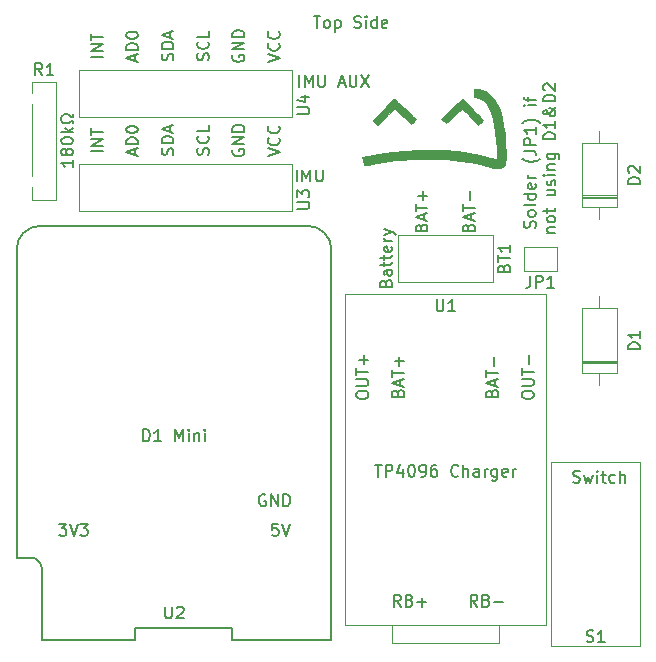
<source format=gto>
G04 #@! TF.GenerationSoftware,KiCad,Pcbnew,(5.1.10)-1*
G04 #@! TF.CreationDate,2022-01-03T01:22:49-05:00*
G04 #@! TF.ProjectId,SlimeVRMotherBoard,536c696d-6556-4524-9d6f-74686572426f,V1.1*
G04 #@! TF.SameCoordinates,Original*
G04 #@! TF.FileFunction,Legend,Top*
G04 #@! TF.FilePolarity,Positive*
%FSLAX46Y46*%
G04 Gerber Fmt 4.6, Leading zero omitted, Abs format (unit mm)*
G04 Created by KiCad (PCBNEW (5.1.10)-1) date 2022-01-03 01:22:49*
%MOMM*%
%LPD*%
G01*
G04 APERTURE LIST*
%ADD10C,0.150000*%
%ADD11C,0.120000*%
%ADD12C,0.010000*%
%ADD13C,2.100000*%
%ADD14O,2.300000X2.300000*%
%ADD15C,1.900000*%
%ADD16C,2.300000*%
G04 APERTURE END LIST*
D10*
X178579761Y-113380952D02*
X178627380Y-113238095D01*
X178627380Y-113000000D01*
X178579761Y-112904761D01*
X178532142Y-112857142D01*
X178436904Y-112809523D01*
X178341666Y-112809523D01*
X178246428Y-112857142D01*
X178198809Y-112904761D01*
X178151190Y-113000000D01*
X178103571Y-113190476D01*
X178055952Y-113285714D01*
X178008333Y-113333333D01*
X177913095Y-113380952D01*
X177817857Y-113380952D01*
X177722619Y-113333333D01*
X177675000Y-113285714D01*
X177627380Y-113190476D01*
X177627380Y-112952380D01*
X177675000Y-112809523D01*
X178627380Y-112238095D02*
X178579761Y-112333333D01*
X178532142Y-112380952D01*
X178436904Y-112428571D01*
X178151190Y-112428571D01*
X178055952Y-112380952D01*
X178008333Y-112333333D01*
X177960714Y-112238095D01*
X177960714Y-112095238D01*
X178008333Y-112000000D01*
X178055952Y-111952380D01*
X178151190Y-111904761D01*
X178436904Y-111904761D01*
X178532142Y-111952380D01*
X178579761Y-112000000D01*
X178627380Y-112095238D01*
X178627380Y-112238095D01*
X178627380Y-111333333D02*
X178579761Y-111428571D01*
X178484523Y-111476190D01*
X177627380Y-111476190D01*
X178627380Y-110523809D02*
X177627380Y-110523809D01*
X178579761Y-110523809D02*
X178627380Y-110619047D01*
X178627380Y-110809523D01*
X178579761Y-110904761D01*
X178532142Y-110952380D01*
X178436904Y-111000000D01*
X178151190Y-111000000D01*
X178055952Y-110952380D01*
X178008333Y-110904761D01*
X177960714Y-110809523D01*
X177960714Y-110619047D01*
X178008333Y-110523809D01*
X178579761Y-109666666D02*
X178627380Y-109761904D01*
X178627380Y-109952380D01*
X178579761Y-110047619D01*
X178484523Y-110095238D01*
X178103571Y-110095238D01*
X178008333Y-110047619D01*
X177960714Y-109952380D01*
X177960714Y-109761904D01*
X178008333Y-109666666D01*
X178103571Y-109619047D01*
X178198809Y-109619047D01*
X178294047Y-110095238D01*
X178627380Y-109190476D02*
X177960714Y-109190476D01*
X178151190Y-109190476D02*
X178055952Y-109142857D01*
X178008333Y-109095238D01*
X177960714Y-109000000D01*
X177960714Y-108904761D01*
X179008333Y-107523809D02*
X178960714Y-107571428D01*
X178817857Y-107666666D01*
X178722619Y-107714285D01*
X178579761Y-107761904D01*
X178341666Y-107809523D01*
X178151190Y-107809523D01*
X177913095Y-107761904D01*
X177770238Y-107714285D01*
X177675000Y-107666666D01*
X177532142Y-107571428D01*
X177484523Y-107523809D01*
X177627380Y-106857142D02*
X178341666Y-106857142D01*
X178484523Y-106904761D01*
X178579761Y-107000000D01*
X178627380Y-107142857D01*
X178627380Y-107238095D01*
X178627380Y-106380952D02*
X177627380Y-106380952D01*
X177627380Y-106000000D01*
X177675000Y-105904761D01*
X177722619Y-105857142D01*
X177817857Y-105809523D01*
X177960714Y-105809523D01*
X178055952Y-105857142D01*
X178103571Y-105904761D01*
X178151190Y-106000000D01*
X178151190Y-106380952D01*
X178627380Y-104857142D02*
X178627380Y-105428571D01*
X178627380Y-105142857D02*
X177627380Y-105142857D01*
X177770238Y-105238095D01*
X177865476Y-105333333D01*
X177913095Y-105428571D01*
X179008333Y-104523809D02*
X178960714Y-104476190D01*
X178817857Y-104380952D01*
X178722619Y-104333333D01*
X178579761Y-104285714D01*
X178341666Y-104238095D01*
X178151190Y-104238095D01*
X177913095Y-104285714D01*
X177770238Y-104333333D01*
X177675000Y-104380952D01*
X177532142Y-104476190D01*
X177484523Y-104523809D01*
X178627380Y-103000000D02*
X177960714Y-103000000D01*
X177627380Y-103000000D02*
X177675000Y-103047619D01*
X177722619Y-103000000D01*
X177675000Y-102952380D01*
X177627380Y-103000000D01*
X177722619Y-103000000D01*
X177960714Y-102666666D02*
X177960714Y-102285714D01*
X178627380Y-102523809D02*
X177770238Y-102523809D01*
X177675000Y-102476190D01*
X177627380Y-102380952D01*
X177627380Y-102285714D01*
X179610714Y-113785714D02*
X180277380Y-113785714D01*
X179705952Y-113785714D02*
X179658333Y-113738095D01*
X179610714Y-113642857D01*
X179610714Y-113500000D01*
X179658333Y-113404761D01*
X179753571Y-113357142D01*
X180277380Y-113357142D01*
X180277380Y-112738095D02*
X180229761Y-112833333D01*
X180182142Y-112880952D01*
X180086904Y-112928571D01*
X179801190Y-112928571D01*
X179705952Y-112880952D01*
X179658333Y-112833333D01*
X179610714Y-112738095D01*
X179610714Y-112595238D01*
X179658333Y-112500000D01*
X179705952Y-112452380D01*
X179801190Y-112404761D01*
X180086904Y-112404761D01*
X180182142Y-112452380D01*
X180229761Y-112500000D01*
X180277380Y-112595238D01*
X180277380Y-112738095D01*
X179610714Y-112119047D02*
X179610714Y-111738095D01*
X179277380Y-111976190D02*
X180134523Y-111976190D01*
X180229761Y-111928571D01*
X180277380Y-111833333D01*
X180277380Y-111738095D01*
X179610714Y-110214285D02*
X180277380Y-110214285D01*
X179610714Y-110642857D02*
X180134523Y-110642857D01*
X180229761Y-110595238D01*
X180277380Y-110500000D01*
X180277380Y-110357142D01*
X180229761Y-110261904D01*
X180182142Y-110214285D01*
X180229761Y-109785714D02*
X180277380Y-109690476D01*
X180277380Y-109500000D01*
X180229761Y-109404761D01*
X180134523Y-109357142D01*
X180086904Y-109357142D01*
X179991666Y-109404761D01*
X179944047Y-109500000D01*
X179944047Y-109642857D01*
X179896428Y-109738095D01*
X179801190Y-109785714D01*
X179753571Y-109785714D01*
X179658333Y-109738095D01*
X179610714Y-109642857D01*
X179610714Y-109500000D01*
X179658333Y-109404761D01*
X180277380Y-108928571D02*
X179610714Y-108928571D01*
X179277380Y-108928571D02*
X179325000Y-108976190D01*
X179372619Y-108928571D01*
X179325000Y-108880952D01*
X179277380Y-108928571D01*
X179372619Y-108928571D01*
X179610714Y-108452380D02*
X180277380Y-108452380D01*
X179705952Y-108452380D02*
X179658333Y-108404761D01*
X179610714Y-108309523D01*
X179610714Y-108166666D01*
X179658333Y-108071428D01*
X179753571Y-108023809D01*
X180277380Y-108023809D01*
X179610714Y-107119047D02*
X180420238Y-107119047D01*
X180515476Y-107166666D01*
X180563095Y-107214285D01*
X180610714Y-107309523D01*
X180610714Y-107452380D01*
X180563095Y-107547619D01*
X180229761Y-107119047D02*
X180277380Y-107214285D01*
X180277380Y-107404761D01*
X180229761Y-107500000D01*
X180182142Y-107547619D01*
X180086904Y-107595238D01*
X179801190Y-107595238D01*
X179705952Y-107547619D01*
X179658333Y-107500000D01*
X179610714Y-107404761D01*
X179610714Y-107214285D01*
X179658333Y-107119047D01*
X180277380Y-105880952D02*
X179277380Y-105880952D01*
X179277380Y-105642857D01*
X179325000Y-105500000D01*
X179420238Y-105404761D01*
X179515476Y-105357142D01*
X179705952Y-105309523D01*
X179848809Y-105309523D01*
X180039285Y-105357142D01*
X180134523Y-105404761D01*
X180229761Y-105500000D01*
X180277380Y-105642857D01*
X180277380Y-105880952D01*
X180277380Y-104357142D02*
X180277380Y-104928571D01*
X180277380Y-104642857D02*
X179277380Y-104642857D01*
X179420238Y-104738095D01*
X179515476Y-104833333D01*
X179563095Y-104928571D01*
X180277380Y-103119047D02*
X180277380Y-103166666D01*
X180229761Y-103261904D01*
X180086904Y-103404761D01*
X179801190Y-103642857D01*
X179658333Y-103738095D01*
X179515476Y-103785714D01*
X179420238Y-103785714D01*
X179325000Y-103738095D01*
X179277380Y-103642857D01*
X179277380Y-103595238D01*
X179325000Y-103500000D01*
X179420238Y-103452380D01*
X179467857Y-103452380D01*
X179563095Y-103500000D01*
X179610714Y-103547619D01*
X179801190Y-103833333D01*
X179848809Y-103880952D01*
X179944047Y-103928571D01*
X180086904Y-103928571D01*
X180182142Y-103880952D01*
X180229761Y-103833333D01*
X180277380Y-103738095D01*
X180277380Y-103595238D01*
X180229761Y-103500000D01*
X180182142Y-103452380D01*
X179991666Y-103309523D01*
X179848809Y-103261904D01*
X179753571Y-103261904D01*
X180277380Y-102690476D02*
X179277380Y-102690476D01*
X179277380Y-102452380D01*
X179325000Y-102309523D01*
X179420238Y-102214285D01*
X179515476Y-102166666D01*
X179705952Y-102119047D01*
X179848809Y-102119047D01*
X180039285Y-102166666D01*
X180134523Y-102214285D01*
X180229761Y-102309523D01*
X180277380Y-102452380D01*
X180277380Y-102690476D01*
X179372619Y-101738095D02*
X179325000Y-101690476D01*
X179277380Y-101595238D01*
X179277380Y-101357142D01*
X179325000Y-101261904D01*
X179372619Y-101214285D01*
X179467857Y-101166666D01*
X179563095Y-101166666D01*
X179705952Y-101214285D01*
X180277380Y-101785714D01*
X180277380Y-101166666D01*
X159833333Y-95452380D02*
X160404761Y-95452380D01*
X160119047Y-96452380D02*
X160119047Y-95452380D01*
X160880952Y-96452380D02*
X160785714Y-96404761D01*
X160738095Y-96357142D01*
X160690476Y-96261904D01*
X160690476Y-95976190D01*
X160738095Y-95880952D01*
X160785714Y-95833333D01*
X160880952Y-95785714D01*
X161023809Y-95785714D01*
X161119047Y-95833333D01*
X161166666Y-95880952D01*
X161214285Y-95976190D01*
X161214285Y-96261904D01*
X161166666Y-96357142D01*
X161119047Y-96404761D01*
X161023809Y-96452380D01*
X160880952Y-96452380D01*
X161642857Y-95785714D02*
X161642857Y-96785714D01*
X161642857Y-95833333D02*
X161738095Y-95785714D01*
X161928571Y-95785714D01*
X162023809Y-95833333D01*
X162071428Y-95880952D01*
X162119047Y-95976190D01*
X162119047Y-96261904D01*
X162071428Y-96357142D01*
X162023809Y-96404761D01*
X161928571Y-96452380D01*
X161738095Y-96452380D01*
X161642857Y-96404761D01*
X163261904Y-96404761D02*
X163404761Y-96452380D01*
X163642857Y-96452380D01*
X163738095Y-96404761D01*
X163785714Y-96357142D01*
X163833333Y-96261904D01*
X163833333Y-96166666D01*
X163785714Y-96071428D01*
X163738095Y-96023809D01*
X163642857Y-95976190D01*
X163452380Y-95928571D01*
X163357142Y-95880952D01*
X163309523Y-95833333D01*
X163261904Y-95738095D01*
X163261904Y-95642857D01*
X163309523Y-95547619D01*
X163357142Y-95500000D01*
X163452380Y-95452380D01*
X163690476Y-95452380D01*
X163833333Y-95500000D01*
X164261904Y-96452380D02*
X164261904Y-95785714D01*
X164261904Y-95452380D02*
X164214285Y-95500000D01*
X164261904Y-95547619D01*
X164309523Y-95500000D01*
X164261904Y-95452380D01*
X164261904Y-95547619D01*
X165166666Y-96452380D02*
X165166666Y-95452380D01*
X165166666Y-96404761D02*
X165071428Y-96452380D01*
X164880952Y-96452380D01*
X164785714Y-96404761D01*
X164738095Y-96357142D01*
X164690476Y-96261904D01*
X164690476Y-95976190D01*
X164738095Y-95880952D01*
X164785714Y-95833333D01*
X164880952Y-95785714D01*
X165071428Y-95785714D01*
X165166666Y-95833333D01*
X166023809Y-96404761D02*
X165928571Y-96452380D01*
X165738095Y-96452380D01*
X165642857Y-96404761D01*
X165595238Y-96309523D01*
X165595238Y-95928571D01*
X165642857Y-95833333D01*
X165738095Y-95785714D01*
X165928571Y-95785714D01*
X166023809Y-95833333D01*
X166071428Y-95928571D01*
X166071428Y-96023809D01*
X165595238Y-96119047D01*
X155738095Y-136000000D02*
X155642857Y-135952380D01*
X155500000Y-135952380D01*
X155357142Y-136000000D01*
X155261904Y-136095238D01*
X155214285Y-136190476D01*
X155166666Y-136380952D01*
X155166666Y-136523809D01*
X155214285Y-136714285D01*
X155261904Y-136809523D01*
X155357142Y-136904761D01*
X155500000Y-136952380D01*
X155595238Y-136952380D01*
X155738095Y-136904761D01*
X155785714Y-136857142D01*
X155785714Y-136523809D01*
X155595238Y-136523809D01*
X156214285Y-136952380D02*
X156214285Y-135952380D01*
X156785714Y-136952380D01*
X156785714Y-135952380D01*
X157261904Y-136952380D02*
X157261904Y-135952380D01*
X157500000Y-135952380D01*
X157642857Y-136000000D01*
X157738095Y-136095238D01*
X157785714Y-136190476D01*
X157833333Y-136380952D01*
X157833333Y-136523809D01*
X157785714Y-136714285D01*
X157738095Y-136809523D01*
X157642857Y-136904761D01*
X157500000Y-136952380D01*
X157261904Y-136952380D01*
X156809523Y-138452380D02*
X156333333Y-138452380D01*
X156285714Y-138928571D01*
X156333333Y-138880952D01*
X156428571Y-138833333D01*
X156666666Y-138833333D01*
X156761904Y-138880952D01*
X156809523Y-138928571D01*
X156857142Y-139023809D01*
X156857142Y-139261904D01*
X156809523Y-139357142D01*
X156761904Y-139404761D01*
X156666666Y-139452380D01*
X156428571Y-139452380D01*
X156333333Y-139404761D01*
X156285714Y-139357142D01*
X157142857Y-138452380D02*
X157476190Y-139452380D01*
X157809523Y-138452380D01*
X138261904Y-138452380D02*
X138880952Y-138452380D01*
X138547619Y-138833333D01*
X138690476Y-138833333D01*
X138785714Y-138880952D01*
X138833333Y-138928571D01*
X138880952Y-139023809D01*
X138880952Y-139261904D01*
X138833333Y-139357142D01*
X138785714Y-139404761D01*
X138690476Y-139452380D01*
X138404761Y-139452380D01*
X138309523Y-139404761D01*
X138261904Y-139357142D01*
X139166666Y-138452380D02*
X139500000Y-139452380D01*
X139833333Y-138452380D01*
X140071428Y-138452380D02*
X140690476Y-138452380D01*
X140357142Y-138833333D01*
X140500000Y-138833333D01*
X140595238Y-138880952D01*
X140642857Y-138928571D01*
X140690476Y-139023809D01*
X140690476Y-139261904D01*
X140642857Y-139357142D01*
X140595238Y-139404761D01*
X140500000Y-139452380D01*
X140214285Y-139452380D01*
X140119047Y-139404761D01*
X140071428Y-139357142D01*
X181785714Y-134904761D02*
X181928571Y-134952380D01*
X182166666Y-134952380D01*
X182261904Y-134904761D01*
X182309523Y-134857142D01*
X182357142Y-134761904D01*
X182357142Y-134666666D01*
X182309523Y-134571428D01*
X182261904Y-134523809D01*
X182166666Y-134476190D01*
X181976190Y-134428571D01*
X181880952Y-134380952D01*
X181833333Y-134333333D01*
X181785714Y-134238095D01*
X181785714Y-134142857D01*
X181833333Y-134047619D01*
X181880952Y-134000000D01*
X181976190Y-133952380D01*
X182214285Y-133952380D01*
X182357142Y-134000000D01*
X182690476Y-134285714D02*
X182880952Y-134952380D01*
X183071428Y-134476190D01*
X183261904Y-134952380D01*
X183452380Y-134285714D01*
X183833333Y-134952380D02*
X183833333Y-134285714D01*
X183833333Y-133952380D02*
X183785714Y-134000000D01*
X183833333Y-134047619D01*
X183880952Y-134000000D01*
X183833333Y-133952380D01*
X183833333Y-134047619D01*
X184166666Y-134285714D02*
X184547619Y-134285714D01*
X184309523Y-133952380D02*
X184309523Y-134809523D01*
X184357142Y-134904761D01*
X184452380Y-134952380D01*
X184547619Y-134952380D01*
X185309523Y-134904761D02*
X185214285Y-134952380D01*
X185023809Y-134952380D01*
X184928571Y-134904761D01*
X184880952Y-134857142D01*
X184833333Y-134761904D01*
X184833333Y-134476190D01*
X184880952Y-134380952D01*
X184928571Y-134333333D01*
X185023809Y-134285714D01*
X185214285Y-134285714D01*
X185309523Y-134333333D01*
X185738095Y-134952380D02*
X185738095Y-133952380D01*
X186166666Y-134952380D02*
X186166666Y-134428571D01*
X186119047Y-134333333D01*
X186023809Y-134285714D01*
X185880952Y-134285714D01*
X185785714Y-134333333D01*
X185738095Y-134380952D01*
X165928571Y-118071428D02*
X165976190Y-117928571D01*
X166023809Y-117880952D01*
X166119047Y-117833333D01*
X166261904Y-117833333D01*
X166357142Y-117880952D01*
X166404761Y-117928571D01*
X166452380Y-118023809D01*
X166452380Y-118404761D01*
X165452380Y-118404761D01*
X165452380Y-118071428D01*
X165500000Y-117976190D01*
X165547619Y-117928571D01*
X165642857Y-117880952D01*
X165738095Y-117880952D01*
X165833333Y-117928571D01*
X165880952Y-117976190D01*
X165928571Y-118071428D01*
X165928571Y-118404761D01*
X166452380Y-116976190D02*
X165928571Y-116976190D01*
X165833333Y-117023809D01*
X165785714Y-117119047D01*
X165785714Y-117309523D01*
X165833333Y-117404761D01*
X166404761Y-116976190D02*
X166452380Y-117071428D01*
X166452380Y-117309523D01*
X166404761Y-117404761D01*
X166309523Y-117452380D01*
X166214285Y-117452380D01*
X166119047Y-117404761D01*
X166071428Y-117309523D01*
X166071428Y-117071428D01*
X166023809Y-116976190D01*
X165785714Y-116642857D02*
X165785714Y-116261904D01*
X165452380Y-116500000D02*
X166309523Y-116500000D01*
X166404761Y-116452380D01*
X166452380Y-116357142D01*
X166452380Y-116261904D01*
X165785714Y-116071428D02*
X165785714Y-115690476D01*
X165452380Y-115928571D02*
X166309523Y-115928571D01*
X166404761Y-115880952D01*
X166452380Y-115785714D01*
X166452380Y-115690476D01*
X166404761Y-114976190D02*
X166452380Y-115071428D01*
X166452380Y-115261904D01*
X166404761Y-115357142D01*
X166309523Y-115404761D01*
X165928571Y-115404761D01*
X165833333Y-115357142D01*
X165785714Y-115261904D01*
X165785714Y-115071428D01*
X165833333Y-114976190D01*
X165928571Y-114928571D01*
X166023809Y-114928571D01*
X166119047Y-115404761D01*
X166452380Y-114500000D02*
X165785714Y-114500000D01*
X165976190Y-114500000D02*
X165880952Y-114452380D01*
X165833333Y-114404761D01*
X165785714Y-114309523D01*
X165785714Y-114214285D01*
X165785714Y-113976190D02*
X166452380Y-113738095D01*
X165785714Y-113500000D02*
X166452380Y-113738095D01*
X166690476Y-113833333D01*
X166738095Y-113880952D01*
X166785714Y-113976190D01*
X158404761Y-109452380D02*
X158404761Y-108452380D01*
X158880952Y-109452380D02*
X158880952Y-108452380D01*
X159214285Y-109166666D01*
X159547619Y-108452380D01*
X159547619Y-109452380D01*
X160023809Y-108452380D02*
X160023809Y-109261904D01*
X160071428Y-109357142D01*
X160119047Y-109404761D01*
X160214285Y-109452380D01*
X160404761Y-109452380D01*
X160500000Y-109404761D01*
X160547619Y-109357142D01*
X160595238Y-109261904D01*
X160595238Y-108452380D01*
X158595238Y-101452380D02*
X158595238Y-100452380D01*
X159071428Y-101452380D02*
X159071428Y-100452380D01*
X159404761Y-101166666D01*
X159738095Y-100452380D01*
X159738095Y-101452380D01*
X160214285Y-100452380D02*
X160214285Y-101261904D01*
X160261904Y-101357142D01*
X160309523Y-101404761D01*
X160404761Y-101452380D01*
X160595238Y-101452380D01*
X160690476Y-101404761D01*
X160738095Y-101357142D01*
X160785714Y-101261904D01*
X160785714Y-100452380D01*
X161976190Y-101166666D02*
X162452380Y-101166666D01*
X161880952Y-101452380D02*
X162214285Y-100452380D01*
X162547619Y-101452380D01*
X162880952Y-100452380D02*
X162880952Y-101261904D01*
X162928571Y-101357142D01*
X162976190Y-101404761D01*
X163071428Y-101452380D01*
X163261904Y-101452380D01*
X163357142Y-101404761D01*
X163404761Y-101357142D01*
X163452380Y-101261904D01*
X163452380Y-100452380D01*
X163833333Y-100452380D02*
X164500000Y-101452380D01*
X164500000Y-100452380D02*
X163833333Y-101452380D01*
X165023809Y-133452380D02*
X165595238Y-133452380D01*
X165309523Y-134452380D02*
X165309523Y-133452380D01*
X165928571Y-134452380D02*
X165928571Y-133452380D01*
X166309523Y-133452380D01*
X166404761Y-133500000D01*
X166452380Y-133547619D01*
X166500000Y-133642857D01*
X166500000Y-133785714D01*
X166452380Y-133880952D01*
X166404761Y-133928571D01*
X166309523Y-133976190D01*
X165928571Y-133976190D01*
X167357142Y-133785714D02*
X167357142Y-134452380D01*
X167119047Y-133404761D02*
X166880952Y-134119047D01*
X167500000Y-134119047D01*
X168071428Y-133452380D02*
X168166666Y-133452380D01*
X168261904Y-133500000D01*
X168309523Y-133547619D01*
X168357142Y-133642857D01*
X168404761Y-133833333D01*
X168404761Y-134071428D01*
X168357142Y-134261904D01*
X168309523Y-134357142D01*
X168261904Y-134404761D01*
X168166666Y-134452380D01*
X168071428Y-134452380D01*
X167976190Y-134404761D01*
X167928571Y-134357142D01*
X167880952Y-134261904D01*
X167833333Y-134071428D01*
X167833333Y-133833333D01*
X167880952Y-133642857D01*
X167928571Y-133547619D01*
X167976190Y-133500000D01*
X168071428Y-133452380D01*
X168880952Y-134452380D02*
X169071428Y-134452380D01*
X169166666Y-134404761D01*
X169214285Y-134357142D01*
X169309523Y-134214285D01*
X169357142Y-134023809D01*
X169357142Y-133642857D01*
X169309523Y-133547619D01*
X169261904Y-133500000D01*
X169166666Y-133452380D01*
X168976190Y-133452380D01*
X168880952Y-133500000D01*
X168833333Y-133547619D01*
X168785714Y-133642857D01*
X168785714Y-133880952D01*
X168833333Y-133976190D01*
X168880952Y-134023809D01*
X168976190Y-134071428D01*
X169166666Y-134071428D01*
X169261904Y-134023809D01*
X169309523Y-133976190D01*
X169357142Y-133880952D01*
X170214285Y-133452380D02*
X170023809Y-133452380D01*
X169928571Y-133500000D01*
X169880952Y-133547619D01*
X169785714Y-133690476D01*
X169738095Y-133880952D01*
X169738095Y-134261904D01*
X169785714Y-134357142D01*
X169833333Y-134404761D01*
X169928571Y-134452380D01*
X170119047Y-134452380D01*
X170214285Y-134404761D01*
X170261904Y-134357142D01*
X170309523Y-134261904D01*
X170309523Y-134023809D01*
X170261904Y-133928571D01*
X170214285Y-133880952D01*
X170119047Y-133833333D01*
X169928571Y-133833333D01*
X169833333Y-133880952D01*
X169785714Y-133928571D01*
X169738095Y-134023809D01*
X172071428Y-134357142D02*
X172023809Y-134404761D01*
X171880952Y-134452380D01*
X171785714Y-134452380D01*
X171642857Y-134404761D01*
X171547619Y-134309523D01*
X171500000Y-134214285D01*
X171452380Y-134023809D01*
X171452380Y-133880952D01*
X171500000Y-133690476D01*
X171547619Y-133595238D01*
X171642857Y-133500000D01*
X171785714Y-133452380D01*
X171880952Y-133452380D01*
X172023809Y-133500000D01*
X172071428Y-133547619D01*
X172500000Y-134452380D02*
X172500000Y-133452380D01*
X172928571Y-134452380D02*
X172928571Y-133928571D01*
X172880952Y-133833333D01*
X172785714Y-133785714D01*
X172642857Y-133785714D01*
X172547619Y-133833333D01*
X172500000Y-133880952D01*
X173833333Y-134452380D02*
X173833333Y-133928571D01*
X173785714Y-133833333D01*
X173690476Y-133785714D01*
X173500000Y-133785714D01*
X173404761Y-133833333D01*
X173833333Y-134404761D02*
X173738095Y-134452380D01*
X173500000Y-134452380D01*
X173404761Y-134404761D01*
X173357142Y-134309523D01*
X173357142Y-134214285D01*
X173404761Y-134119047D01*
X173500000Y-134071428D01*
X173738095Y-134071428D01*
X173833333Y-134023809D01*
X174309523Y-134452380D02*
X174309523Y-133785714D01*
X174309523Y-133976190D02*
X174357142Y-133880952D01*
X174404761Y-133833333D01*
X174500000Y-133785714D01*
X174595238Y-133785714D01*
X175357142Y-133785714D02*
X175357142Y-134595238D01*
X175309523Y-134690476D01*
X175261904Y-134738095D01*
X175166666Y-134785714D01*
X175023809Y-134785714D01*
X174928571Y-134738095D01*
X175357142Y-134404761D02*
X175261904Y-134452380D01*
X175071428Y-134452380D01*
X174976190Y-134404761D01*
X174928571Y-134357142D01*
X174880952Y-134261904D01*
X174880952Y-133976190D01*
X174928571Y-133880952D01*
X174976190Y-133833333D01*
X175071428Y-133785714D01*
X175261904Y-133785714D01*
X175357142Y-133833333D01*
X176214285Y-134404761D02*
X176119047Y-134452380D01*
X175928571Y-134452380D01*
X175833333Y-134404761D01*
X175785714Y-134309523D01*
X175785714Y-133928571D01*
X175833333Y-133833333D01*
X175928571Y-133785714D01*
X176119047Y-133785714D01*
X176214285Y-133833333D01*
X176261904Y-133928571D01*
X176261904Y-134023809D01*
X175785714Y-134119047D01*
X176690476Y-134452380D02*
X176690476Y-133785714D01*
X176690476Y-133976190D02*
X176738095Y-133880952D01*
X176785714Y-133833333D01*
X176880952Y-133785714D01*
X176976190Y-133785714D01*
X145380952Y-131452380D02*
X145380952Y-130452380D01*
X145619047Y-130452380D01*
X145761904Y-130500000D01*
X145857142Y-130595238D01*
X145904761Y-130690476D01*
X145952380Y-130880952D01*
X145952380Y-131023809D01*
X145904761Y-131214285D01*
X145857142Y-131309523D01*
X145761904Y-131404761D01*
X145619047Y-131452380D01*
X145380952Y-131452380D01*
X146904761Y-131452380D02*
X146333333Y-131452380D01*
X146619047Y-131452380D02*
X146619047Y-130452380D01*
X146523809Y-130595238D01*
X146428571Y-130690476D01*
X146333333Y-130738095D01*
X148095238Y-131452380D02*
X148095238Y-130452380D01*
X148428571Y-131166666D01*
X148761904Y-130452380D01*
X148761904Y-131452380D01*
X149238095Y-131452380D02*
X149238095Y-130785714D01*
X149238095Y-130452380D02*
X149190476Y-130500000D01*
X149238095Y-130547619D01*
X149285714Y-130500000D01*
X149238095Y-130452380D01*
X149238095Y-130547619D01*
X149714285Y-130785714D02*
X149714285Y-131452380D01*
X149714285Y-130880952D02*
X149761904Y-130833333D01*
X149857142Y-130785714D01*
X150000000Y-130785714D01*
X150095238Y-130833333D01*
X150142857Y-130928571D01*
X150142857Y-131452380D01*
X150619047Y-131452380D02*
X150619047Y-130785714D01*
X150619047Y-130452380D02*
X150571428Y-130500000D01*
X150619047Y-130547619D01*
X150666666Y-130500000D01*
X150619047Y-130452380D01*
X150619047Y-130547619D01*
D11*
X136000000Y-111000000D02*
X136000000Y-101000000D01*
X138000000Y-111000000D02*
X136000000Y-111000000D01*
X138000000Y-101000000D02*
X138000000Y-111000000D01*
X136000000Y-101000000D02*
X138000000Y-101000000D01*
X177600000Y-117000000D02*
X177600000Y-115000000D01*
X180400000Y-117000000D02*
X177600000Y-117000000D01*
X180400000Y-115000000D02*
X180400000Y-117000000D01*
X177600000Y-115000000D02*
X180400000Y-115000000D01*
X182530000Y-111640000D02*
X185470000Y-111640000D01*
X185470000Y-111640000D02*
X185470000Y-106200000D01*
X185470000Y-106200000D02*
X182530000Y-106200000D01*
X182530000Y-106200000D02*
X182530000Y-111640000D01*
X184000000Y-112660000D02*
X184000000Y-111640000D01*
X184000000Y-105180000D02*
X184000000Y-106200000D01*
X182530000Y-110740000D02*
X185470000Y-110740000D01*
X182530000Y-110620000D02*
X185470000Y-110620000D01*
X182530000Y-110860000D02*
X185470000Y-110860000D01*
X182530000Y-125640000D02*
X185470000Y-125640000D01*
X185470000Y-125640000D02*
X185470000Y-120200000D01*
X185470000Y-120200000D02*
X182530000Y-120200000D01*
X182530000Y-120200000D02*
X182530000Y-125640000D01*
X184000000Y-126660000D02*
X184000000Y-125640000D01*
X184000000Y-119180000D02*
X184000000Y-120200000D01*
X182530000Y-124740000D02*
X185470000Y-124740000D01*
X182530000Y-124620000D02*
X185470000Y-124620000D01*
X182530000Y-124860000D02*
X185470000Y-124860000D01*
D12*
G36*
X172476822Y-102510726D02*
G01*
X172566394Y-102593090D01*
X172695204Y-102718782D01*
X172854193Y-102878326D01*
X173034301Y-103062247D01*
X173226471Y-103261070D01*
X173421642Y-103465319D01*
X173610756Y-103665519D01*
X173784753Y-103852194D01*
X173934574Y-104015869D01*
X174051161Y-104147068D01*
X174125452Y-104236317D01*
X174148667Y-104273001D01*
X174119359Y-104315267D01*
X174045348Y-104391296D01*
X173947497Y-104482356D01*
X173846671Y-104569712D01*
X173763735Y-104634631D01*
X173719554Y-104658381D01*
X173719458Y-104658363D01*
X173687350Y-104627991D01*
X173606025Y-104544637D01*
X173484016Y-104417234D01*
X173329856Y-104254713D01*
X173152079Y-104066006D01*
X173072366Y-103981030D01*
X172886192Y-103783883D01*
X172718670Y-103609467D01*
X172578607Y-103466710D01*
X172474809Y-103364537D01*
X172416082Y-103311875D01*
X172407040Y-103306666D01*
X172366815Y-103334093D01*
X172275021Y-103410397D01*
X172141919Y-103526618D01*
X171977770Y-103673792D01*
X171792836Y-103842956D01*
X171789089Y-103846416D01*
X171598047Y-104022514D01*
X171422584Y-104183621D01*
X171274487Y-104318961D01*
X171165548Y-104417759D01*
X171109137Y-104467891D01*
X171013611Y-104549617D01*
X170824306Y-104363827D01*
X170725177Y-104259836D01*
X170656647Y-104175130D01*
X170635000Y-104133064D01*
X170665124Y-104092229D01*
X170749009Y-104004308D01*
X170876926Y-103878226D01*
X171039147Y-103722911D01*
X171225941Y-103547287D01*
X171427580Y-103360281D01*
X171634333Y-103170820D01*
X171836473Y-102987828D01*
X172024269Y-102820233D01*
X172187992Y-102676959D01*
X172317913Y-102566934D01*
X172404303Y-102499083D01*
X172435549Y-102481166D01*
X172476822Y-102510726D01*
G37*
X172476822Y-102510726D02*
X172566394Y-102593090D01*
X172695204Y-102718782D01*
X172854193Y-102878326D01*
X173034301Y-103062247D01*
X173226471Y-103261070D01*
X173421642Y-103465319D01*
X173610756Y-103665519D01*
X173784753Y-103852194D01*
X173934574Y-104015869D01*
X174051161Y-104147068D01*
X174125452Y-104236317D01*
X174148667Y-104273001D01*
X174119359Y-104315267D01*
X174045348Y-104391296D01*
X173947497Y-104482356D01*
X173846671Y-104569712D01*
X173763735Y-104634631D01*
X173719554Y-104658381D01*
X173719458Y-104658363D01*
X173687350Y-104627991D01*
X173606025Y-104544637D01*
X173484016Y-104417234D01*
X173329856Y-104254713D01*
X173152079Y-104066006D01*
X173072366Y-103981030D01*
X172886192Y-103783883D01*
X172718670Y-103609467D01*
X172578607Y-103466710D01*
X172474809Y-103364537D01*
X172416082Y-103311875D01*
X172407040Y-103306666D01*
X172366815Y-103334093D01*
X172275021Y-103410397D01*
X172141919Y-103526618D01*
X171977770Y-103673792D01*
X171792836Y-103842956D01*
X171789089Y-103846416D01*
X171598047Y-104022514D01*
X171422584Y-104183621D01*
X171274487Y-104318961D01*
X171165548Y-104417759D01*
X171109137Y-104467891D01*
X171013611Y-104549617D01*
X170824306Y-104363827D01*
X170725177Y-104259836D01*
X170656647Y-104175130D01*
X170635000Y-104133064D01*
X170665124Y-104092229D01*
X170749009Y-104004308D01*
X170876926Y-103878226D01*
X171039147Y-103722911D01*
X171225941Y-103547287D01*
X171427580Y-103360281D01*
X171634333Y-103170820D01*
X171836473Y-102987828D01*
X172024269Y-102820233D01*
X172187992Y-102676959D01*
X172317913Y-102566934D01*
X172404303Y-102499083D01*
X172435549Y-102481166D01*
X172476822Y-102510726D01*
G36*
X166657609Y-102488947D02*
G01*
X166759687Y-102574555D01*
X166918860Y-102714969D01*
X167133080Y-102908335D01*
X167400297Y-103152800D01*
X167718461Y-103446510D01*
X168085524Y-103787612D01*
X168192802Y-103887643D01*
X168481105Y-104156652D01*
X168305277Y-104366659D01*
X168208782Y-104474852D01*
X168129872Y-104550670D01*
X168088371Y-104576666D01*
X168046678Y-104549108D01*
X167952559Y-104471899D01*
X167815412Y-104353235D01*
X167644633Y-104201313D01*
X167449620Y-104024329D01*
X167348217Y-103931083D01*
X167146775Y-103745362D01*
X166967410Y-103580580D01*
X166819011Y-103444858D01*
X166710469Y-103346313D01*
X166650674Y-103293064D01*
X166641821Y-103285963D01*
X166611900Y-103315391D01*
X166531951Y-103397688D01*
X166410203Y-103524282D01*
X166254885Y-103686603D01*
X166074223Y-103876081D01*
X165961068Y-103995046D01*
X165768406Y-104196612D01*
X165594940Y-104375879D01*
X165449170Y-104524245D01*
X165339596Y-104633106D01*
X165274716Y-104693860D01*
X165260976Y-104703666D01*
X165219959Y-104675719D01*
X165138267Y-104602514D01*
X165035436Y-104501749D01*
X164836555Y-104299831D01*
X165707994Y-103379915D01*
X165928111Y-103148750D01*
X166130140Y-102938871D01*
X166306619Y-102757846D01*
X166450089Y-102613244D01*
X166553090Y-102512635D01*
X166608163Y-102463586D01*
X166614675Y-102460000D01*
X166657609Y-102488947D01*
G37*
X166657609Y-102488947D02*
X166759687Y-102574555D01*
X166918860Y-102714969D01*
X167133080Y-102908335D01*
X167400297Y-103152800D01*
X167718461Y-103446510D01*
X168085524Y-103787612D01*
X168192802Y-103887643D01*
X168481105Y-104156652D01*
X168305277Y-104366659D01*
X168208782Y-104474852D01*
X168129872Y-104550670D01*
X168088371Y-104576666D01*
X168046678Y-104549108D01*
X167952559Y-104471899D01*
X167815412Y-104353235D01*
X167644633Y-104201313D01*
X167449620Y-104024329D01*
X167348217Y-103931083D01*
X167146775Y-103745362D01*
X166967410Y-103580580D01*
X166819011Y-103444858D01*
X166710469Y-103346313D01*
X166650674Y-103293064D01*
X166641821Y-103285963D01*
X166611900Y-103315391D01*
X166531951Y-103397688D01*
X166410203Y-103524282D01*
X166254885Y-103686603D01*
X166074223Y-103876081D01*
X165961068Y-103995046D01*
X165768406Y-104196612D01*
X165594940Y-104375879D01*
X165449170Y-104524245D01*
X165339596Y-104633106D01*
X165274716Y-104693860D01*
X165260976Y-104703666D01*
X165219959Y-104675719D01*
X165138267Y-104602514D01*
X165035436Y-104501749D01*
X164836555Y-104299831D01*
X165707994Y-103379915D01*
X165928111Y-103148750D01*
X166130140Y-102938871D01*
X166306619Y-102757846D01*
X166450089Y-102613244D01*
X166553090Y-102512635D01*
X166608163Y-102463586D01*
X166614675Y-102460000D01*
X166657609Y-102488947D01*
G36*
X173811926Y-101634132D02*
G01*
X174072003Y-101689339D01*
X174308378Y-101768166D01*
X174358854Y-101790617D01*
X174474332Y-101861950D01*
X174622424Y-101976292D01*
X174778690Y-102114099D01*
X174849435Y-102182856D01*
X175027369Y-102375708D01*
X175166684Y-102563766D01*
X175292888Y-102783242D01*
X175343793Y-102884619D01*
X175563145Y-103410262D01*
X175743959Y-104008615D01*
X175885718Y-104676738D01*
X175987904Y-105411694D01*
X176049999Y-106210543D01*
X176071356Y-107017988D01*
X176072055Y-107317257D01*
X176070850Y-107543958D01*
X176066740Y-107710186D01*
X176058725Y-107828035D01*
X176045806Y-107909600D01*
X176026981Y-107966974D01*
X176001251Y-108012253D01*
X175987551Y-108031372D01*
X175825692Y-108195815D01*
X175627688Y-108297950D01*
X175387231Y-108338821D01*
X175098016Y-108319468D01*
X174753733Y-108240935D01*
X174741333Y-108237338D01*
X173913766Y-108020466D01*
X173033685Y-107835777D01*
X172128955Y-107688858D01*
X171778000Y-107643311D01*
X171503687Y-107616849D01*
X171160801Y-107594193D01*
X170765361Y-107575614D01*
X170333386Y-107561381D01*
X169880897Y-107551762D01*
X169423913Y-107547028D01*
X168978453Y-107547447D01*
X168560536Y-107553289D01*
X168186183Y-107564823D01*
X167925667Y-107578538D01*
X167365096Y-107622068D01*
X166792999Y-107678598D01*
X166226390Y-107745825D01*
X165682284Y-107821447D01*
X165177696Y-107903159D01*
X164729640Y-107988661D01*
X164475500Y-108045485D01*
X164316167Y-108079755D01*
X164189745Y-108099430D01*
X164117407Y-108101473D01*
X164109250Y-108098025D01*
X164088211Y-108046877D01*
X164057966Y-107939915D01*
X164023821Y-107800822D01*
X163991080Y-107653282D01*
X163965048Y-107520976D01*
X163951032Y-107427590D01*
X163952156Y-107396715D01*
X164004253Y-107379711D01*
X164123866Y-107350784D01*
X164295212Y-107313163D01*
X164502509Y-107270078D01*
X164729973Y-107224759D01*
X164961821Y-107180436D01*
X165182271Y-107140337D01*
X165322167Y-107116377D01*
X166445032Y-106957144D01*
X167574204Y-106848819D01*
X168699782Y-106791097D01*
X169811865Y-106783675D01*
X170900549Y-106826247D01*
X171955935Y-106918511D01*
X172968120Y-107060161D01*
X173927203Y-107250894D01*
X174508500Y-107398560D01*
X174725942Y-107458482D01*
X174926293Y-107512844D01*
X175089056Y-107556139D01*
X175193734Y-107582864D01*
X175202783Y-107585016D01*
X175346732Y-107618621D01*
X175320349Y-106722060D01*
X175283314Y-105983667D01*
X175217881Y-105304147D01*
X175124876Y-104686895D01*
X175005124Y-104135304D01*
X174859448Y-103652769D01*
X174688675Y-103242684D01*
X174493629Y-102908442D01*
X174349723Y-102728558D01*
X174181671Y-102566948D01*
X174017465Y-102463401D01*
X173823714Y-102400422D01*
X173672864Y-102373900D01*
X173535296Y-102351640D01*
X173435108Y-102330173D01*
X173398739Y-102316850D01*
X173392314Y-102267615D01*
X173394108Y-102155656D01*
X173403595Y-102002464D01*
X173407618Y-101954434D01*
X173437812Y-101613333D01*
X173575795Y-101613333D01*
X173811926Y-101634132D01*
G37*
X173811926Y-101634132D02*
X174072003Y-101689339D01*
X174308378Y-101768166D01*
X174358854Y-101790617D01*
X174474332Y-101861950D01*
X174622424Y-101976292D01*
X174778690Y-102114099D01*
X174849435Y-102182856D01*
X175027369Y-102375708D01*
X175166684Y-102563766D01*
X175292888Y-102783242D01*
X175343793Y-102884619D01*
X175563145Y-103410262D01*
X175743959Y-104008615D01*
X175885718Y-104676738D01*
X175987904Y-105411694D01*
X176049999Y-106210543D01*
X176071356Y-107017988D01*
X176072055Y-107317257D01*
X176070850Y-107543958D01*
X176066740Y-107710186D01*
X176058725Y-107828035D01*
X176045806Y-107909600D01*
X176026981Y-107966974D01*
X176001251Y-108012253D01*
X175987551Y-108031372D01*
X175825692Y-108195815D01*
X175627688Y-108297950D01*
X175387231Y-108338821D01*
X175098016Y-108319468D01*
X174753733Y-108240935D01*
X174741333Y-108237338D01*
X173913766Y-108020466D01*
X173033685Y-107835777D01*
X172128955Y-107688858D01*
X171778000Y-107643311D01*
X171503687Y-107616849D01*
X171160801Y-107594193D01*
X170765361Y-107575614D01*
X170333386Y-107561381D01*
X169880897Y-107551762D01*
X169423913Y-107547028D01*
X168978453Y-107547447D01*
X168560536Y-107553289D01*
X168186183Y-107564823D01*
X167925667Y-107578538D01*
X167365096Y-107622068D01*
X166792999Y-107678598D01*
X166226390Y-107745825D01*
X165682284Y-107821447D01*
X165177696Y-107903159D01*
X164729640Y-107988661D01*
X164475500Y-108045485D01*
X164316167Y-108079755D01*
X164189745Y-108099430D01*
X164117407Y-108101473D01*
X164109250Y-108098025D01*
X164088211Y-108046877D01*
X164057966Y-107939915D01*
X164023821Y-107800822D01*
X163991080Y-107653282D01*
X163965048Y-107520976D01*
X163951032Y-107427590D01*
X163952156Y-107396715D01*
X164004253Y-107379711D01*
X164123866Y-107350784D01*
X164295212Y-107313163D01*
X164502509Y-107270078D01*
X164729973Y-107224759D01*
X164961821Y-107180436D01*
X165182271Y-107140337D01*
X165322167Y-107116377D01*
X166445032Y-106957144D01*
X167574204Y-106848819D01*
X168699782Y-106791097D01*
X169811865Y-106783675D01*
X170900549Y-106826247D01*
X171955935Y-106918511D01*
X172968120Y-107060161D01*
X173927203Y-107250894D01*
X174508500Y-107398560D01*
X174725942Y-107458482D01*
X174926293Y-107512844D01*
X175089056Y-107556139D01*
X175193734Y-107582864D01*
X175202783Y-107585016D01*
X175346732Y-107618621D01*
X175320349Y-106722060D01*
X175283314Y-105983667D01*
X175217881Y-105304147D01*
X175124876Y-104686895D01*
X175005124Y-104135304D01*
X174859448Y-103652769D01*
X174688675Y-103242684D01*
X174493629Y-102908442D01*
X174349723Y-102728558D01*
X174181671Y-102566948D01*
X174017465Y-102463401D01*
X173823714Y-102400422D01*
X173672864Y-102373900D01*
X173535296Y-102351640D01*
X173435108Y-102330173D01*
X173398739Y-102316850D01*
X173392314Y-102267615D01*
X173394108Y-102155656D01*
X173403595Y-102002464D01*
X173407618Y-101954434D01*
X173437812Y-101613333D01*
X173575795Y-101613333D01*
X173811926Y-101634132D01*
D11*
X167000000Y-114000000D02*
X167000000Y-118000000D01*
X167000000Y-118000000D02*
X175000000Y-118000000D01*
X175000000Y-118000000D02*
X175000000Y-114000000D01*
X175000000Y-114000000D02*
X167000000Y-114000000D01*
D10*
X134670000Y-141300000D02*
X134670000Y-141300000D01*
X135830000Y-141300000D02*
X134670000Y-141300000D01*
X136820000Y-148300000D02*
X136820000Y-142300000D01*
X152900000Y-148300000D02*
X161329999Y-148300000D01*
X152900000Y-147300000D02*
X152900000Y-148300000D01*
X144680000Y-147300000D02*
X152900000Y-147300000D01*
X144680000Y-148300000D02*
X144680000Y-147300000D01*
X136820000Y-148300000D02*
X144680000Y-148300000D01*
X134670000Y-115220000D02*
X134670000Y-141300000D01*
X159330000Y-113220000D02*
X136670000Y-113220000D01*
X161330000Y-148300000D02*
X161330000Y-115220000D01*
X136670000Y-113220000D02*
G75*
G03*
X134670000Y-115220000I0J-2000000D01*
G01*
X161330000Y-115220000D02*
G75*
G03*
X159330000Y-113220000I-2000000J0D01*
G01*
X136820000Y-142300000D02*
G75*
G03*
X135820000Y-141300000I-1000000J0D01*
G01*
D11*
X140000000Y-108000000D02*
X140000000Y-112000000D01*
X158000000Y-108000000D02*
X140000000Y-108000000D01*
X158000000Y-112000000D02*
X158000000Y-108000000D01*
X140000000Y-112000000D02*
X158000000Y-112000000D01*
X140000000Y-104000000D02*
X158000000Y-104000000D01*
X158000000Y-104000000D02*
X158000000Y-100000000D01*
X158000000Y-100000000D02*
X140000000Y-100000000D01*
X140000000Y-100000000D02*
X140000000Y-104000000D01*
X179950000Y-148750000D02*
X179950000Y-133250000D01*
X187450000Y-148750000D02*
X179950000Y-148750000D01*
X187450000Y-133250000D02*
X187450000Y-148750000D01*
X179950000Y-133250000D02*
X187450000Y-133250000D01*
X179500000Y-147000000D02*
X162500000Y-147000000D01*
X162500000Y-147000000D02*
X162500000Y-119000000D01*
X162500000Y-119000000D02*
X179500000Y-119000000D01*
X179500000Y-119000000D02*
X179500000Y-147000000D01*
X175500000Y-147000000D02*
X175500000Y-148500000D01*
X175500000Y-148500000D02*
X166500000Y-148500000D01*
X166500000Y-148500000D02*
X166500000Y-147000000D01*
D10*
X136833333Y-100452380D02*
X136500000Y-99976190D01*
X136261904Y-100452380D02*
X136261904Y-99452380D01*
X136642857Y-99452380D01*
X136738095Y-99500000D01*
X136785714Y-99547619D01*
X136833333Y-99642857D01*
X136833333Y-99785714D01*
X136785714Y-99880952D01*
X136738095Y-99928571D01*
X136642857Y-99976190D01*
X136261904Y-99976190D01*
X137785714Y-100452380D02*
X137214285Y-100452380D01*
X137500000Y-100452380D02*
X137500000Y-99452380D01*
X137404761Y-99595238D01*
X137309523Y-99690476D01*
X137214285Y-99738095D01*
X139452380Y-107642857D02*
X139452380Y-108214285D01*
X139452380Y-107928571D02*
X138452380Y-107928571D01*
X138595238Y-108023809D01*
X138690476Y-108119047D01*
X138738095Y-108214285D01*
X138880952Y-107071428D02*
X138833333Y-107166666D01*
X138785714Y-107214285D01*
X138690476Y-107261904D01*
X138642857Y-107261904D01*
X138547619Y-107214285D01*
X138500000Y-107166666D01*
X138452380Y-107071428D01*
X138452380Y-106880952D01*
X138500000Y-106785714D01*
X138547619Y-106738095D01*
X138642857Y-106690476D01*
X138690476Y-106690476D01*
X138785714Y-106738095D01*
X138833333Y-106785714D01*
X138880952Y-106880952D01*
X138880952Y-107071428D01*
X138928571Y-107166666D01*
X138976190Y-107214285D01*
X139071428Y-107261904D01*
X139261904Y-107261904D01*
X139357142Y-107214285D01*
X139404761Y-107166666D01*
X139452380Y-107071428D01*
X139452380Y-106880952D01*
X139404761Y-106785714D01*
X139357142Y-106738095D01*
X139261904Y-106690476D01*
X139071428Y-106690476D01*
X138976190Y-106738095D01*
X138928571Y-106785714D01*
X138880952Y-106880952D01*
X138452380Y-106071428D02*
X138452380Y-105976190D01*
X138500000Y-105880952D01*
X138547619Y-105833333D01*
X138642857Y-105785714D01*
X138833333Y-105738095D01*
X139071428Y-105738095D01*
X139261904Y-105785714D01*
X139357142Y-105833333D01*
X139404761Y-105880952D01*
X139452380Y-105976190D01*
X139452380Y-106071428D01*
X139404761Y-106166666D01*
X139357142Y-106214285D01*
X139261904Y-106261904D01*
X139071428Y-106309523D01*
X138833333Y-106309523D01*
X138642857Y-106261904D01*
X138547619Y-106214285D01*
X138500000Y-106166666D01*
X138452380Y-106071428D01*
X139452380Y-105309523D02*
X138452380Y-105309523D01*
X139071428Y-105214285D02*
X139452380Y-104928571D01*
X138785714Y-104928571D02*
X139166666Y-105309523D01*
X139452380Y-104547619D02*
X139452380Y-104309523D01*
X139261904Y-104309523D01*
X139214285Y-104404761D01*
X139119047Y-104500000D01*
X138976190Y-104547619D01*
X138738095Y-104547619D01*
X138595238Y-104500000D01*
X138500000Y-104404761D01*
X138452380Y-104261904D01*
X138452380Y-104071428D01*
X138500000Y-103928571D01*
X138595238Y-103833333D01*
X138738095Y-103785714D01*
X138976190Y-103785714D01*
X139119047Y-103833333D01*
X139214285Y-103928571D01*
X139261904Y-104023809D01*
X139452380Y-104023809D01*
X139452380Y-103785714D01*
X178166666Y-117452380D02*
X178166666Y-118166666D01*
X178119047Y-118309523D01*
X178023809Y-118404761D01*
X177880952Y-118452380D01*
X177785714Y-118452380D01*
X178642857Y-118452380D02*
X178642857Y-117452380D01*
X179023809Y-117452380D01*
X179119047Y-117500000D01*
X179166666Y-117547619D01*
X179214285Y-117642857D01*
X179214285Y-117785714D01*
X179166666Y-117880952D01*
X179119047Y-117928571D01*
X179023809Y-117976190D01*
X178642857Y-117976190D01*
X180166666Y-118452380D02*
X179595238Y-118452380D01*
X179880952Y-118452380D02*
X179880952Y-117452380D01*
X179785714Y-117595238D01*
X179690476Y-117690476D01*
X179595238Y-117738095D01*
X187452380Y-109658095D02*
X186452380Y-109658095D01*
X186452380Y-109420000D01*
X186500000Y-109277142D01*
X186595238Y-109181904D01*
X186690476Y-109134285D01*
X186880952Y-109086666D01*
X187023809Y-109086666D01*
X187214285Y-109134285D01*
X187309523Y-109181904D01*
X187404761Y-109277142D01*
X187452380Y-109420000D01*
X187452380Y-109658095D01*
X186547619Y-108705714D02*
X186500000Y-108658095D01*
X186452380Y-108562857D01*
X186452380Y-108324761D01*
X186500000Y-108229523D01*
X186547619Y-108181904D01*
X186642857Y-108134285D01*
X186738095Y-108134285D01*
X186880952Y-108181904D01*
X187452380Y-108753333D01*
X187452380Y-108134285D01*
X187452380Y-123658095D02*
X186452380Y-123658095D01*
X186452380Y-123420000D01*
X186500000Y-123277142D01*
X186595238Y-123181904D01*
X186690476Y-123134285D01*
X186880952Y-123086666D01*
X187023809Y-123086666D01*
X187214285Y-123134285D01*
X187309523Y-123181904D01*
X187404761Y-123277142D01*
X187452380Y-123420000D01*
X187452380Y-123658095D01*
X187452380Y-122134285D02*
X187452380Y-122705714D01*
X187452380Y-122420000D02*
X186452380Y-122420000D01*
X186595238Y-122515238D01*
X186690476Y-122610476D01*
X186738095Y-122705714D01*
X175928571Y-116785714D02*
X175976190Y-116642857D01*
X176023809Y-116595238D01*
X176119047Y-116547619D01*
X176261904Y-116547619D01*
X176357142Y-116595238D01*
X176404761Y-116642857D01*
X176452380Y-116738095D01*
X176452380Y-117119047D01*
X175452380Y-117119047D01*
X175452380Y-116785714D01*
X175500000Y-116690476D01*
X175547619Y-116642857D01*
X175642857Y-116595238D01*
X175738095Y-116595238D01*
X175833333Y-116642857D01*
X175880952Y-116690476D01*
X175928571Y-116785714D01*
X175928571Y-117119047D01*
X175452380Y-116261904D02*
X175452380Y-115690476D01*
X176452380Y-115976190D02*
X175452380Y-115976190D01*
X176452380Y-114833333D02*
X176452380Y-115404761D01*
X176452380Y-115119047D02*
X175452380Y-115119047D01*
X175595238Y-115214285D01*
X175690476Y-115309523D01*
X175738095Y-115404761D01*
X168928571Y-113357142D02*
X168976190Y-113214285D01*
X169023809Y-113166666D01*
X169119047Y-113119047D01*
X169261904Y-113119047D01*
X169357142Y-113166666D01*
X169404761Y-113214285D01*
X169452380Y-113309523D01*
X169452380Y-113690476D01*
X168452380Y-113690476D01*
X168452380Y-113357142D01*
X168500000Y-113261904D01*
X168547619Y-113214285D01*
X168642857Y-113166666D01*
X168738095Y-113166666D01*
X168833333Y-113214285D01*
X168880952Y-113261904D01*
X168928571Y-113357142D01*
X168928571Y-113690476D01*
X169166666Y-112738095D02*
X169166666Y-112261904D01*
X169452380Y-112833333D02*
X168452380Y-112500000D01*
X169452380Y-112166666D01*
X168452380Y-111976190D02*
X168452380Y-111404761D01*
X169452380Y-111690476D02*
X168452380Y-111690476D01*
X169071428Y-111071428D02*
X169071428Y-110309523D01*
X169452380Y-110690476D02*
X168690476Y-110690476D01*
X172928571Y-113357142D02*
X172976190Y-113214285D01*
X173023809Y-113166666D01*
X173119047Y-113119047D01*
X173261904Y-113119047D01*
X173357142Y-113166666D01*
X173404761Y-113214285D01*
X173452380Y-113309523D01*
X173452380Y-113690476D01*
X172452380Y-113690476D01*
X172452380Y-113357142D01*
X172500000Y-113261904D01*
X172547619Y-113214285D01*
X172642857Y-113166666D01*
X172738095Y-113166666D01*
X172833333Y-113214285D01*
X172880952Y-113261904D01*
X172928571Y-113357142D01*
X172928571Y-113690476D01*
X173166666Y-112738095D02*
X173166666Y-112261904D01*
X173452380Y-112833333D02*
X172452380Y-112500000D01*
X173452380Y-112166666D01*
X172452380Y-111976190D02*
X172452380Y-111404761D01*
X173452380Y-111690476D02*
X172452380Y-111690476D01*
X173071428Y-111071428D02*
X173071428Y-110309523D01*
X147238095Y-145452380D02*
X147238095Y-146261904D01*
X147285714Y-146357142D01*
X147333333Y-146404761D01*
X147428571Y-146452380D01*
X147619047Y-146452380D01*
X147714285Y-146404761D01*
X147761904Y-146357142D01*
X147809523Y-146261904D01*
X147809523Y-145452380D01*
X148238095Y-145547619D02*
X148285714Y-145500000D01*
X148380952Y-145452380D01*
X148619047Y-145452380D01*
X148714285Y-145500000D01*
X148761904Y-145547619D01*
X148809523Y-145642857D01*
X148809523Y-145738095D01*
X148761904Y-145880952D01*
X148190476Y-146452380D01*
X148809523Y-146452380D01*
X158452380Y-111761904D02*
X159261904Y-111761904D01*
X159357142Y-111714285D01*
X159404761Y-111666666D01*
X159452380Y-111571428D01*
X159452380Y-111380952D01*
X159404761Y-111285714D01*
X159357142Y-111238095D01*
X159261904Y-111190476D01*
X158452380Y-111190476D01*
X158452380Y-110809523D02*
X158452380Y-110190476D01*
X158833333Y-110523809D01*
X158833333Y-110380952D01*
X158880952Y-110285714D01*
X158928571Y-110238095D01*
X159023809Y-110190476D01*
X159261904Y-110190476D01*
X159357142Y-110238095D01*
X159404761Y-110285714D01*
X159452380Y-110380952D01*
X159452380Y-110666666D01*
X159404761Y-110761904D01*
X159357142Y-110809523D01*
X155952380Y-107333333D02*
X156952380Y-107000000D01*
X155952380Y-106666666D01*
X156857142Y-105761904D02*
X156904761Y-105809523D01*
X156952380Y-105952380D01*
X156952380Y-106047619D01*
X156904761Y-106190476D01*
X156809523Y-106285714D01*
X156714285Y-106333333D01*
X156523809Y-106380952D01*
X156380952Y-106380952D01*
X156190476Y-106333333D01*
X156095238Y-106285714D01*
X156000000Y-106190476D01*
X155952380Y-106047619D01*
X155952380Y-105952380D01*
X156000000Y-105809523D01*
X156047619Y-105761904D01*
X156857142Y-104761904D02*
X156904761Y-104809523D01*
X156952380Y-104952380D01*
X156952380Y-105047619D01*
X156904761Y-105190476D01*
X156809523Y-105285714D01*
X156714285Y-105333333D01*
X156523809Y-105380952D01*
X156380952Y-105380952D01*
X156190476Y-105333333D01*
X156095238Y-105285714D01*
X156000000Y-105190476D01*
X155952380Y-105047619D01*
X155952380Y-104952380D01*
X156000000Y-104809523D01*
X156047619Y-104761904D01*
X153000000Y-106761904D02*
X152952380Y-106857142D01*
X152952380Y-107000000D01*
X153000000Y-107142857D01*
X153095238Y-107238095D01*
X153190476Y-107285714D01*
X153380952Y-107333333D01*
X153523809Y-107333333D01*
X153714285Y-107285714D01*
X153809523Y-107238095D01*
X153904761Y-107142857D01*
X153952380Y-107000000D01*
X153952380Y-106904761D01*
X153904761Y-106761904D01*
X153857142Y-106714285D01*
X153523809Y-106714285D01*
X153523809Y-106904761D01*
X153952380Y-106285714D02*
X152952380Y-106285714D01*
X153952380Y-105714285D01*
X152952380Y-105714285D01*
X153952380Y-105238095D02*
X152952380Y-105238095D01*
X152952380Y-105000000D01*
X153000000Y-104857142D01*
X153095238Y-104761904D01*
X153190476Y-104714285D01*
X153380952Y-104666666D01*
X153523809Y-104666666D01*
X153714285Y-104714285D01*
X153809523Y-104761904D01*
X153904761Y-104857142D01*
X153952380Y-105000000D01*
X153952380Y-105238095D01*
X150904761Y-107190476D02*
X150952380Y-107047619D01*
X150952380Y-106809523D01*
X150904761Y-106714285D01*
X150857142Y-106666666D01*
X150761904Y-106619047D01*
X150666666Y-106619047D01*
X150571428Y-106666666D01*
X150523809Y-106714285D01*
X150476190Y-106809523D01*
X150428571Y-107000000D01*
X150380952Y-107095238D01*
X150333333Y-107142857D01*
X150238095Y-107190476D01*
X150142857Y-107190476D01*
X150047619Y-107142857D01*
X150000000Y-107095238D01*
X149952380Y-107000000D01*
X149952380Y-106761904D01*
X150000000Y-106619047D01*
X150857142Y-105619047D02*
X150904761Y-105666666D01*
X150952380Y-105809523D01*
X150952380Y-105904761D01*
X150904761Y-106047619D01*
X150809523Y-106142857D01*
X150714285Y-106190476D01*
X150523809Y-106238095D01*
X150380952Y-106238095D01*
X150190476Y-106190476D01*
X150095238Y-106142857D01*
X150000000Y-106047619D01*
X149952380Y-105904761D01*
X149952380Y-105809523D01*
X150000000Y-105666666D01*
X150047619Y-105619047D01*
X150952380Y-104714285D02*
X150952380Y-105190476D01*
X149952380Y-105190476D01*
X147904761Y-107214285D02*
X147952380Y-107071428D01*
X147952380Y-106833333D01*
X147904761Y-106738095D01*
X147857142Y-106690476D01*
X147761904Y-106642857D01*
X147666666Y-106642857D01*
X147571428Y-106690476D01*
X147523809Y-106738095D01*
X147476190Y-106833333D01*
X147428571Y-107023809D01*
X147380952Y-107119047D01*
X147333333Y-107166666D01*
X147238095Y-107214285D01*
X147142857Y-107214285D01*
X147047619Y-107166666D01*
X147000000Y-107119047D01*
X146952380Y-107023809D01*
X146952380Y-106785714D01*
X147000000Y-106642857D01*
X147952380Y-106214285D02*
X146952380Y-106214285D01*
X146952380Y-105976190D01*
X147000000Y-105833333D01*
X147095238Y-105738095D01*
X147190476Y-105690476D01*
X147380952Y-105642857D01*
X147523809Y-105642857D01*
X147714285Y-105690476D01*
X147809523Y-105738095D01*
X147904761Y-105833333D01*
X147952380Y-105976190D01*
X147952380Y-106214285D01*
X147666666Y-105261904D02*
X147666666Y-104785714D01*
X147952380Y-105357142D02*
X146952380Y-105023809D01*
X147952380Y-104690476D01*
X144666666Y-107214285D02*
X144666666Y-106738095D01*
X144952380Y-107309523D02*
X143952380Y-106976190D01*
X144952380Y-106642857D01*
X144952380Y-106309523D02*
X143952380Y-106309523D01*
X143952380Y-106071428D01*
X144000000Y-105928571D01*
X144095238Y-105833333D01*
X144190476Y-105785714D01*
X144380952Y-105738095D01*
X144523809Y-105738095D01*
X144714285Y-105785714D01*
X144809523Y-105833333D01*
X144904761Y-105928571D01*
X144952380Y-106071428D01*
X144952380Y-106309523D01*
X143952380Y-105119047D02*
X143952380Y-105023809D01*
X144000000Y-104928571D01*
X144047619Y-104880952D01*
X144142857Y-104833333D01*
X144333333Y-104785714D01*
X144571428Y-104785714D01*
X144761904Y-104833333D01*
X144857142Y-104880952D01*
X144904761Y-104928571D01*
X144952380Y-105023809D01*
X144952380Y-105119047D01*
X144904761Y-105214285D01*
X144857142Y-105261904D01*
X144761904Y-105309523D01*
X144571428Y-105357142D01*
X144333333Y-105357142D01*
X144142857Y-105309523D01*
X144047619Y-105261904D01*
X144000000Y-105214285D01*
X143952380Y-105119047D01*
X141952380Y-106904761D02*
X140952380Y-106904761D01*
X141952380Y-106428571D02*
X140952380Y-106428571D01*
X141952380Y-105857142D01*
X140952380Y-105857142D01*
X140952380Y-105523809D02*
X140952380Y-104952380D01*
X141952380Y-105238095D02*
X140952380Y-105238095D01*
X158452380Y-103761904D02*
X159261904Y-103761904D01*
X159357142Y-103714285D01*
X159404761Y-103666666D01*
X159452380Y-103571428D01*
X159452380Y-103380952D01*
X159404761Y-103285714D01*
X159357142Y-103238095D01*
X159261904Y-103190476D01*
X158452380Y-103190476D01*
X158785714Y-102285714D02*
X159452380Y-102285714D01*
X158404761Y-102523809D02*
X159119047Y-102761904D01*
X159119047Y-102142857D01*
X141952380Y-98904761D02*
X140952380Y-98904761D01*
X141952380Y-98428571D02*
X140952380Y-98428571D01*
X141952380Y-97857142D01*
X140952380Y-97857142D01*
X140952380Y-97523809D02*
X140952380Y-96952380D01*
X141952380Y-97238095D02*
X140952380Y-97238095D01*
X144666666Y-99214285D02*
X144666666Y-98738095D01*
X144952380Y-99309523D02*
X143952380Y-98976190D01*
X144952380Y-98642857D01*
X144952380Y-98309523D02*
X143952380Y-98309523D01*
X143952380Y-98071428D01*
X144000000Y-97928571D01*
X144095238Y-97833333D01*
X144190476Y-97785714D01*
X144380952Y-97738095D01*
X144523809Y-97738095D01*
X144714285Y-97785714D01*
X144809523Y-97833333D01*
X144904761Y-97928571D01*
X144952380Y-98071428D01*
X144952380Y-98309523D01*
X143952380Y-97119047D02*
X143952380Y-97023809D01*
X144000000Y-96928571D01*
X144047619Y-96880952D01*
X144142857Y-96833333D01*
X144333333Y-96785714D01*
X144571428Y-96785714D01*
X144761904Y-96833333D01*
X144857142Y-96880952D01*
X144904761Y-96928571D01*
X144952380Y-97023809D01*
X144952380Y-97119047D01*
X144904761Y-97214285D01*
X144857142Y-97261904D01*
X144761904Y-97309523D01*
X144571428Y-97357142D01*
X144333333Y-97357142D01*
X144142857Y-97309523D01*
X144047619Y-97261904D01*
X144000000Y-97214285D01*
X143952380Y-97119047D01*
X147904761Y-99214285D02*
X147952380Y-99071428D01*
X147952380Y-98833333D01*
X147904761Y-98738095D01*
X147857142Y-98690476D01*
X147761904Y-98642857D01*
X147666666Y-98642857D01*
X147571428Y-98690476D01*
X147523809Y-98738095D01*
X147476190Y-98833333D01*
X147428571Y-99023809D01*
X147380952Y-99119047D01*
X147333333Y-99166666D01*
X147238095Y-99214285D01*
X147142857Y-99214285D01*
X147047619Y-99166666D01*
X147000000Y-99119047D01*
X146952380Y-99023809D01*
X146952380Y-98785714D01*
X147000000Y-98642857D01*
X147952380Y-98214285D02*
X146952380Y-98214285D01*
X146952380Y-97976190D01*
X147000000Y-97833333D01*
X147095238Y-97738095D01*
X147190476Y-97690476D01*
X147380952Y-97642857D01*
X147523809Y-97642857D01*
X147714285Y-97690476D01*
X147809523Y-97738095D01*
X147904761Y-97833333D01*
X147952380Y-97976190D01*
X147952380Y-98214285D01*
X147666666Y-97261904D02*
X147666666Y-96785714D01*
X147952380Y-97357142D02*
X146952380Y-97023809D01*
X147952380Y-96690476D01*
X150904761Y-99190476D02*
X150952380Y-99047619D01*
X150952380Y-98809523D01*
X150904761Y-98714285D01*
X150857142Y-98666666D01*
X150761904Y-98619047D01*
X150666666Y-98619047D01*
X150571428Y-98666666D01*
X150523809Y-98714285D01*
X150476190Y-98809523D01*
X150428571Y-99000000D01*
X150380952Y-99095238D01*
X150333333Y-99142857D01*
X150238095Y-99190476D01*
X150142857Y-99190476D01*
X150047619Y-99142857D01*
X150000000Y-99095238D01*
X149952380Y-99000000D01*
X149952380Y-98761904D01*
X150000000Y-98619047D01*
X150857142Y-97619047D02*
X150904761Y-97666666D01*
X150952380Y-97809523D01*
X150952380Y-97904761D01*
X150904761Y-98047619D01*
X150809523Y-98142857D01*
X150714285Y-98190476D01*
X150523809Y-98238095D01*
X150380952Y-98238095D01*
X150190476Y-98190476D01*
X150095238Y-98142857D01*
X150000000Y-98047619D01*
X149952380Y-97904761D01*
X149952380Y-97809523D01*
X150000000Y-97666666D01*
X150047619Y-97619047D01*
X150952380Y-96714285D02*
X150952380Y-97190476D01*
X149952380Y-97190476D01*
X153000000Y-98761904D02*
X152952380Y-98857142D01*
X152952380Y-99000000D01*
X153000000Y-99142857D01*
X153095238Y-99238095D01*
X153190476Y-99285714D01*
X153380952Y-99333333D01*
X153523809Y-99333333D01*
X153714285Y-99285714D01*
X153809523Y-99238095D01*
X153904761Y-99142857D01*
X153952380Y-99000000D01*
X153952380Y-98904761D01*
X153904761Y-98761904D01*
X153857142Y-98714285D01*
X153523809Y-98714285D01*
X153523809Y-98904761D01*
X153952380Y-98285714D02*
X152952380Y-98285714D01*
X153952380Y-97714285D01*
X152952380Y-97714285D01*
X153952380Y-97238095D02*
X152952380Y-97238095D01*
X152952380Y-97000000D01*
X153000000Y-96857142D01*
X153095238Y-96761904D01*
X153190476Y-96714285D01*
X153380952Y-96666666D01*
X153523809Y-96666666D01*
X153714285Y-96714285D01*
X153809523Y-96761904D01*
X153904761Y-96857142D01*
X153952380Y-97000000D01*
X153952380Y-97238095D01*
X155952380Y-99333333D02*
X156952380Y-99000000D01*
X155952380Y-98666666D01*
X156857142Y-97761904D02*
X156904761Y-97809523D01*
X156952380Y-97952380D01*
X156952380Y-98047619D01*
X156904761Y-98190476D01*
X156809523Y-98285714D01*
X156714285Y-98333333D01*
X156523809Y-98380952D01*
X156380952Y-98380952D01*
X156190476Y-98333333D01*
X156095238Y-98285714D01*
X156000000Y-98190476D01*
X155952380Y-98047619D01*
X155952380Y-97952380D01*
X156000000Y-97809523D01*
X156047619Y-97761904D01*
X156857142Y-96761904D02*
X156904761Y-96809523D01*
X156952380Y-96952380D01*
X156952380Y-97047619D01*
X156904761Y-97190476D01*
X156809523Y-97285714D01*
X156714285Y-97333333D01*
X156523809Y-97380952D01*
X156380952Y-97380952D01*
X156190476Y-97333333D01*
X156095238Y-97285714D01*
X156000000Y-97190476D01*
X155952380Y-97047619D01*
X155952380Y-96952380D01*
X156000000Y-96809523D01*
X156047619Y-96761904D01*
X182938095Y-148404761D02*
X183080952Y-148452380D01*
X183319047Y-148452380D01*
X183414285Y-148404761D01*
X183461904Y-148357142D01*
X183509523Y-148261904D01*
X183509523Y-148166666D01*
X183461904Y-148071428D01*
X183414285Y-148023809D01*
X183319047Y-147976190D01*
X183128571Y-147928571D01*
X183033333Y-147880952D01*
X182985714Y-147833333D01*
X182938095Y-147738095D01*
X182938095Y-147642857D01*
X182985714Y-147547619D01*
X183033333Y-147500000D01*
X183128571Y-147452380D01*
X183366666Y-147452380D01*
X183509523Y-147500000D01*
X184461904Y-148452380D02*
X183890476Y-148452380D01*
X184176190Y-148452380D02*
X184176190Y-147452380D01*
X184080952Y-147595238D01*
X183985714Y-147690476D01*
X183890476Y-147738095D01*
X170238095Y-119452380D02*
X170238095Y-120261904D01*
X170285714Y-120357142D01*
X170333333Y-120404761D01*
X170428571Y-120452380D01*
X170619047Y-120452380D01*
X170714285Y-120404761D01*
X170761904Y-120357142D01*
X170809523Y-120261904D01*
X170809523Y-119452380D01*
X171809523Y-120452380D02*
X171238095Y-120452380D01*
X171523809Y-120452380D02*
X171523809Y-119452380D01*
X171428571Y-119595238D01*
X171333333Y-119690476D01*
X171238095Y-119738095D01*
X163452380Y-127619047D02*
X163452380Y-127428571D01*
X163500000Y-127333333D01*
X163595238Y-127238095D01*
X163785714Y-127190476D01*
X164119047Y-127190476D01*
X164309523Y-127238095D01*
X164404761Y-127333333D01*
X164452380Y-127428571D01*
X164452380Y-127619047D01*
X164404761Y-127714285D01*
X164309523Y-127809523D01*
X164119047Y-127857142D01*
X163785714Y-127857142D01*
X163595238Y-127809523D01*
X163500000Y-127714285D01*
X163452380Y-127619047D01*
X163452380Y-126761904D02*
X164261904Y-126761904D01*
X164357142Y-126714285D01*
X164404761Y-126666666D01*
X164452380Y-126571428D01*
X164452380Y-126380952D01*
X164404761Y-126285714D01*
X164357142Y-126238095D01*
X164261904Y-126190476D01*
X163452380Y-126190476D01*
X163452380Y-125857142D02*
X163452380Y-125285714D01*
X164452380Y-125571428D02*
X163452380Y-125571428D01*
X164071428Y-124952380D02*
X164071428Y-124190476D01*
X164452380Y-124571428D02*
X163690476Y-124571428D01*
X177452380Y-127619047D02*
X177452380Y-127428571D01*
X177500000Y-127333333D01*
X177595238Y-127238095D01*
X177785714Y-127190476D01*
X178119047Y-127190476D01*
X178309523Y-127238095D01*
X178404761Y-127333333D01*
X178452380Y-127428571D01*
X178452380Y-127619047D01*
X178404761Y-127714285D01*
X178309523Y-127809523D01*
X178119047Y-127857142D01*
X177785714Y-127857142D01*
X177595238Y-127809523D01*
X177500000Y-127714285D01*
X177452380Y-127619047D01*
X177452380Y-126761904D02*
X178261904Y-126761904D01*
X178357142Y-126714285D01*
X178404761Y-126666666D01*
X178452380Y-126571428D01*
X178452380Y-126380952D01*
X178404761Y-126285714D01*
X178357142Y-126238095D01*
X178261904Y-126190476D01*
X177452380Y-126190476D01*
X177452380Y-125857142D02*
X177452380Y-125285714D01*
X178452380Y-125571428D02*
X177452380Y-125571428D01*
X178071428Y-124952380D02*
X178071428Y-124190476D01*
X166928571Y-127357142D02*
X166976190Y-127214285D01*
X167023809Y-127166666D01*
X167119047Y-127119047D01*
X167261904Y-127119047D01*
X167357142Y-127166666D01*
X167404761Y-127214285D01*
X167452380Y-127309523D01*
X167452380Y-127690476D01*
X166452380Y-127690476D01*
X166452380Y-127357142D01*
X166500000Y-127261904D01*
X166547619Y-127214285D01*
X166642857Y-127166666D01*
X166738095Y-127166666D01*
X166833333Y-127214285D01*
X166880952Y-127261904D01*
X166928571Y-127357142D01*
X166928571Y-127690476D01*
X167166666Y-126738095D02*
X167166666Y-126261904D01*
X167452380Y-126833333D02*
X166452380Y-126500000D01*
X167452380Y-126166666D01*
X166452380Y-125976190D02*
X166452380Y-125404761D01*
X167452380Y-125690476D02*
X166452380Y-125690476D01*
X167071428Y-125071428D02*
X167071428Y-124309523D01*
X167452380Y-124690476D02*
X166690476Y-124690476D01*
X174928571Y-127357142D02*
X174976190Y-127214285D01*
X175023809Y-127166666D01*
X175119047Y-127119047D01*
X175261904Y-127119047D01*
X175357142Y-127166666D01*
X175404761Y-127214285D01*
X175452380Y-127309523D01*
X175452380Y-127690476D01*
X174452380Y-127690476D01*
X174452380Y-127357142D01*
X174500000Y-127261904D01*
X174547619Y-127214285D01*
X174642857Y-127166666D01*
X174738095Y-127166666D01*
X174833333Y-127214285D01*
X174880952Y-127261904D01*
X174928571Y-127357142D01*
X174928571Y-127690476D01*
X175166666Y-126738095D02*
X175166666Y-126261904D01*
X175452380Y-126833333D02*
X174452380Y-126500000D01*
X175452380Y-126166666D01*
X174452380Y-125976190D02*
X174452380Y-125404761D01*
X175452380Y-125690476D02*
X174452380Y-125690476D01*
X175071428Y-125071428D02*
X175071428Y-124309523D01*
X167190476Y-145452380D02*
X166857142Y-144976190D01*
X166619047Y-145452380D02*
X166619047Y-144452380D01*
X167000000Y-144452380D01*
X167095238Y-144500000D01*
X167142857Y-144547619D01*
X167190476Y-144642857D01*
X167190476Y-144785714D01*
X167142857Y-144880952D01*
X167095238Y-144928571D01*
X167000000Y-144976190D01*
X166619047Y-144976190D01*
X167952380Y-144928571D02*
X168095238Y-144976190D01*
X168142857Y-145023809D01*
X168190476Y-145119047D01*
X168190476Y-145261904D01*
X168142857Y-145357142D01*
X168095238Y-145404761D01*
X168000000Y-145452380D01*
X167619047Y-145452380D01*
X167619047Y-144452380D01*
X167952380Y-144452380D01*
X168047619Y-144500000D01*
X168095238Y-144547619D01*
X168142857Y-144642857D01*
X168142857Y-144738095D01*
X168095238Y-144833333D01*
X168047619Y-144880952D01*
X167952380Y-144928571D01*
X167619047Y-144928571D01*
X168619047Y-145071428D02*
X169380952Y-145071428D01*
X169000000Y-145452380D02*
X169000000Y-144690476D01*
X173690476Y-145452380D02*
X173357142Y-144976190D01*
X173119047Y-145452380D02*
X173119047Y-144452380D01*
X173500000Y-144452380D01*
X173595238Y-144500000D01*
X173642857Y-144547619D01*
X173690476Y-144642857D01*
X173690476Y-144785714D01*
X173642857Y-144880952D01*
X173595238Y-144928571D01*
X173500000Y-144976190D01*
X173119047Y-144976190D01*
X174452380Y-144928571D02*
X174595238Y-144976190D01*
X174642857Y-145023809D01*
X174690476Y-145119047D01*
X174690476Y-145261904D01*
X174642857Y-145357142D01*
X174595238Y-145404761D01*
X174500000Y-145452380D01*
X174119047Y-145452380D01*
X174119047Y-144452380D01*
X174452380Y-144452380D01*
X174547619Y-144500000D01*
X174595238Y-144547619D01*
X174642857Y-144642857D01*
X174642857Y-144738095D01*
X174595238Y-144833333D01*
X174547619Y-144880952D01*
X174452380Y-144928571D01*
X174119047Y-144928571D01*
X175119047Y-145071428D02*
X175880952Y-145071428D01*
%LPC*%
D13*
X137000000Y-109500000D03*
X137000000Y-102500000D03*
G36*
G01*
X177800000Y-116750000D02*
X177800000Y-115250000D01*
G75*
G02*
X177850000Y-115200000I50000J0D01*
G01*
X178850000Y-115200000D01*
G75*
G02*
X178900000Y-115250000I0J-50000D01*
G01*
X178900000Y-116750000D01*
G75*
G02*
X178850000Y-116800000I-50000J0D01*
G01*
X177850000Y-116800000D01*
G75*
G02*
X177800000Y-116750000I0J50000D01*
G01*
G37*
G36*
G01*
X179100000Y-116750000D02*
X179100000Y-115250000D01*
G75*
G02*
X179150000Y-115200000I50000J0D01*
G01*
X180150000Y-115200000D01*
G75*
G02*
X180200000Y-115250000I0J-50000D01*
G01*
X180200000Y-116750000D01*
G75*
G02*
X180150000Y-116800000I-50000J0D01*
G01*
X179150000Y-116800000D01*
G75*
G02*
X179100000Y-116750000I0J50000D01*
G01*
G37*
D14*
X184000000Y-103840000D03*
G36*
G01*
X185100000Y-115150000D02*
X182900000Y-115150000D01*
G75*
G02*
X182850000Y-115100000I0J50000D01*
G01*
X182850000Y-112900000D01*
G75*
G02*
X182900000Y-112850000I50000J0D01*
G01*
X185100000Y-112850000D01*
G75*
G02*
X185150000Y-112900000I0J-50000D01*
G01*
X185150000Y-115100000D01*
G75*
G02*
X185100000Y-115150000I-50000J0D01*
G01*
G37*
X184000000Y-117840000D03*
G36*
G01*
X185100000Y-129150000D02*
X182900000Y-129150000D01*
G75*
G02*
X182850000Y-129100000I0J50000D01*
G01*
X182850000Y-126900000D01*
G75*
G02*
X182900000Y-126850000I50000J0D01*
G01*
X185100000Y-126850000D01*
G75*
G02*
X185150000Y-126900000I0J-50000D01*
G01*
X185150000Y-129100000D01*
G75*
G02*
X185100000Y-129150000I-50000J0D01*
G01*
G37*
D13*
X173000000Y-116000000D03*
X169000000Y-116000000D03*
D15*
X136570000Y-138890000D03*
X159430000Y-138890000D03*
X136570000Y-136350000D03*
X159430000Y-136350000D03*
X136570000Y-133810000D03*
X159430000Y-133810000D03*
X136570000Y-131270000D03*
X159430000Y-131270000D03*
X136570000Y-128730000D03*
X159430000Y-128730000D03*
X136570000Y-126190000D03*
X159430000Y-126190000D03*
X136570000Y-123650000D03*
X159430000Y-123650000D03*
X136570000Y-121110000D03*
X159430000Y-121110000D03*
D13*
X150500000Y-110000000D03*
X153500000Y-110000000D03*
X156500000Y-110000000D03*
X147500000Y-110000000D03*
X144500000Y-110000000D03*
X141500000Y-110000000D03*
X141500000Y-102000000D03*
X144500000Y-102000000D03*
X147500000Y-102000000D03*
X156500000Y-102000000D03*
X153500000Y-102000000D03*
X150500000Y-102000000D03*
D16*
X182400000Y-145000000D03*
X185000000Y-145000000D03*
X182400000Y-141000000D03*
X185000000Y-141000000D03*
X182400000Y-137000000D03*
X185000000Y-137000000D03*
D13*
X178000000Y-122500000D03*
X175000000Y-122500000D03*
X164000000Y-145000000D03*
X178000000Y-145000000D03*
X164000000Y-122500000D03*
X167000000Y-122500000D03*
M02*

</source>
